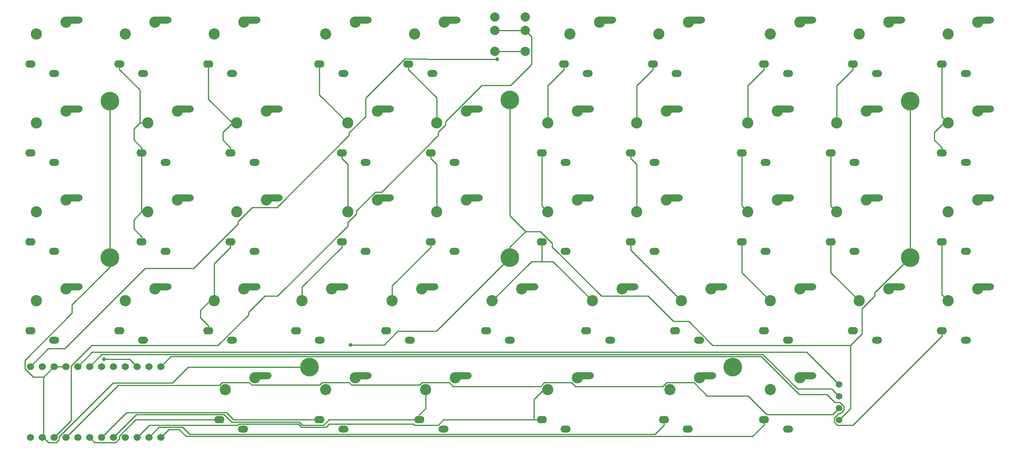
<source format=gbr>
G04 #@! TF.GenerationSoftware,KiCad,Pcbnew,(5.1.9)-1*
G04 #@! TF.CreationDate,2021-01-19T21:28:49+09:00*
G04 #@! TF.ProjectId,yuiop47,7975696f-7034-4372-9e6b-696361645f70,1*
G04 #@! TF.SameCoordinates,Original*
G04 #@! TF.FileFunction,Copper,L1,Top*
G04 #@! TF.FilePolarity,Positive*
%FSLAX46Y46*%
G04 Gerber Fmt 4.6, Leading zero omitted, Abs format (unit mm)*
G04 Created by KiCad (PCBNEW (5.1.9)-1) date 2021-01-19 21:28:49*
%MOMM*%
%LPD*%
G01*
G04 APERTURE LIST*
G04 #@! TA.AperFunction,ComponentPad*
%ADD10C,4.000000*%
G04 #@! TD*
G04 #@! TA.AperFunction,ComponentPad*
%ADD11C,2.000000*%
G04 #@! TD*
G04 #@! TA.AperFunction,ComponentPad*
%ADD12C,1.397000*%
G04 #@! TD*
G04 #@! TA.AperFunction,ComponentPad*
%ADD13C,2.400000*%
G04 #@! TD*
G04 #@! TA.AperFunction,ComponentPad*
%ADD14O,2.200000X1.600000*%
G04 #@! TD*
G04 #@! TA.AperFunction,ComponentPad*
%ADD15O,2.200000X1.500000*%
G04 #@! TD*
G04 #@! TA.AperFunction,ComponentPad*
%ADD16C,1.524000*%
G04 #@! TD*
G04 #@! TA.AperFunction,ViaPad*
%ADD17C,0.800000*%
G04 #@! TD*
G04 #@! TA.AperFunction,Conductor*
%ADD18C,0.250000*%
G04 #@! TD*
G04 APERTURE END LIST*
D10*
X235750000Y-117250000D03*
X64250000Y-117250000D03*
X197750000Y-140750000D03*
X107000000Y-140750000D03*
X150000000Y-117250000D03*
X150000000Y-83500000D03*
X235750000Y-83750000D03*
X64250000Y-83750000D03*
D11*
X153250000Y-68538800D03*
X146750000Y-68538800D03*
X153250000Y-73038800D03*
X146750000Y-73038800D03*
D12*
X220500000Y-144440000D03*
X220500000Y-146980000D03*
X220500000Y-149520000D03*
X220500000Y-152060000D03*
D13*
X54908800Y-66820000D03*
G04 #@! TA.AperFunction,ComponentPad*
G36*
G01*
X54068926Y-66378797D02*
X54068926Y-66378797D01*
G75*
G02*
X54812352Y-65622281I749971J6545D01*
G01*
X57712242Y-65596975D01*
G75*
G02*
X58468758Y-66340401I6545J-749971D01*
G01*
X58468758Y-66340401D01*
G75*
G02*
X57725332Y-67096917I-749971J-6545D01*
G01*
X54825442Y-67122223D01*
G75*
G02*
X54068926Y-66378797I-6545J749971D01*
G01*
G37*
G04 #@! TD.AperFunction*
D14*
X47268800Y-75800000D03*
D15*
X52368800Y-77800000D03*
D13*
X48558800Y-69360000D03*
X67608800Y-69360000D03*
D15*
X71418800Y-77800000D03*
D14*
X66318800Y-75800000D03*
G04 #@! TA.AperFunction,ComponentPad*
G36*
G01*
X73118926Y-66378797D02*
X73118926Y-66378797D01*
G75*
G02*
X73862352Y-65622281I749971J6545D01*
G01*
X76762242Y-65596975D01*
G75*
G02*
X77518758Y-66340401I6545J-749971D01*
G01*
X77518758Y-66340401D01*
G75*
G02*
X76775332Y-67096917I-749971J-6545D01*
G01*
X73875442Y-67122223D01*
G75*
G02*
X73118926Y-66378797I-6545J749971D01*
G01*
G37*
G04 #@! TD.AperFunction*
D13*
X73958800Y-66820000D03*
X93008800Y-66820000D03*
G04 #@! TA.AperFunction,ComponentPad*
G36*
G01*
X92168926Y-66378797D02*
X92168926Y-66378797D01*
G75*
G02*
X92912352Y-65622281I749971J6545D01*
G01*
X95812242Y-65596975D01*
G75*
G02*
X96568758Y-66340401I6545J-749971D01*
G01*
X96568758Y-66340401D01*
G75*
G02*
X95825332Y-67096917I-749971J-6545D01*
G01*
X92925442Y-67122223D01*
G75*
G02*
X92168926Y-66378797I-6545J749971D01*
G01*
G37*
G04 #@! TD.AperFunction*
D14*
X85368800Y-75800000D03*
D15*
X90468800Y-77800000D03*
D13*
X86658800Y-69360000D03*
X110471000Y-69360000D03*
D15*
X114281000Y-77800000D03*
D14*
X109181000Y-75800000D03*
G04 #@! TA.AperFunction,ComponentPad*
G36*
G01*
X115981126Y-66378797D02*
X115981126Y-66378797D01*
G75*
G02*
X116724552Y-65622281I749971J6545D01*
G01*
X119624442Y-65596975D01*
G75*
G02*
X120380958Y-66340401I6545J-749971D01*
G01*
X120380958Y-66340401D01*
G75*
G02*
X119637532Y-67096917I-749971J-6545D01*
G01*
X116737642Y-67122223D01*
G75*
G02*
X115981126Y-66378797I-6545J749971D01*
G01*
G37*
G04 #@! TD.AperFunction*
D13*
X116821000Y-66820000D03*
X135871000Y-66820000D03*
G04 #@! TA.AperFunction,ComponentPad*
G36*
G01*
X135031126Y-66378797D02*
X135031126Y-66378797D01*
G75*
G02*
X135774552Y-65622281I749971J6545D01*
G01*
X138674442Y-65596975D01*
G75*
G02*
X139430958Y-66340401I6545J-749971D01*
G01*
X139430958Y-66340401D01*
G75*
G02*
X138687532Y-67096917I-749971J-6545D01*
G01*
X135787642Y-67122223D01*
G75*
G02*
X135031126Y-66378797I-6545J749971D01*
G01*
G37*
G04 #@! TD.AperFunction*
D14*
X128231000Y-75800000D03*
D15*
X133331000Y-77800000D03*
D13*
X129521000Y-69360000D03*
X169209000Y-66820000D03*
G04 #@! TA.AperFunction,ComponentPad*
G36*
G01*
X168369126Y-66378797D02*
X168369126Y-66378797D01*
G75*
G02*
X169112552Y-65622281I749971J6545D01*
G01*
X172012442Y-65596975D01*
G75*
G02*
X172768958Y-66340401I6545J-749971D01*
G01*
X172768958Y-66340401D01*
G75*
G02*
X172025532Y-67096917I-749971J-6545D01*
G01*
X169125642Y-67122223D01*
G75*
G02*
X168369126Y-66378797I-6545J749971D01*
G01*
G37*
G04 #@! TD.AperFunction*
D14*
X161569000Y-75800000D03*
D15*
X166669000Y-77800000D03*
D13*
X162859000Y-69360000D03*
X181909000Y-69360000D03*
D15*
X185719000Y-77800000D03*
D14*
X180619000Y-75800000D03*
G04 #@! TA.AperFunction,ComponentPad*
G36*
G01*
X187419126Y-66378797D02*
X187419126Y-66378797D01*
G75*
G02*
X188162552Y-65622281I749971J6545D01*
G01*
X191062442Y-65596975D01*
G75*
G02*
X191818958Y-66340401I6545J-749971D01*
G01*
X191818958Y-66340401D01*
G75*
G02*
X191075532Y-67096917I-749971J-6545D01*
G01*
X188175642Y-67122223D01*
G75*
G02*
X187419126Y-66378797I-6545J749971D01*
G01*
G37*
G04 #@! TD.AperFunction*
D13*
X188259000Y-66820000D03*
X205721000Y-69360000D03*
D15*
X209531000Y-77800000D03*
D14*
X204431000Y-75800000D03*
G04 #@! TA.AperFunction,ComponentPad*
G36*
G01*
X211231126Y-66378797D02*
X211231126Y-66378797D01*
G75*
G02*
X211974552Y-65622281I749971J6545D01*
G01*
X214874442Y-65596975D01*
G75*
G02*
X215630958Y-66340401I6545J-749971D01*
G01*
X215630958Y-66340401D01*
G75*
G02*
X214887532Y-67096917I-749971J-6545D01*
G01*
X211987642Y-67122223D01*
G75*
G02*
X211231126Y-66378797I-6545J749971D01*
G01*
G37*
G04 #@! TD.AperFunction*
D13*
X212071000Y-66820000D03*
X231121000Y-66820000D03*
G04 #@! TA.AperFunction,ComponentPad*
G36*
G01*
X230281126Y-66378797D02*
X230281126Y-66378797D01*
G75*
G02*
X231024552Y-65622281I749971J6545D01*
G01*
X233924442Y-65596975D01*
G75*
G02*
X234680958Y-66340401I6545J-749971D01*
G01*
X234680958Y-66340401D01*
G75*
G02*
X233937532Y-67096917I-749971J-6545D01*
G01*
X231037642Y-67122223D01*
G75*
G02*
X230281126Y-66378797I-6545J749971D01*
G01*
G37*
G04 #@! TD.AperFunction*
D14*
X223481000Y-75800000D03*
D15*
X228581000Y-77800000D03*
D13*
X224771000Y-69360000D03*
X243821000Y-69360000D03*
D15*
X247631000Y-77800000D03*
D14*
X242531000Y-75800000D03*
G04 #@! TA.AperFunction,ComponentPad*
G36*
G01*
X249331126Y-66378797D02*
X249331126Y-66378797D01*
G75*
G02*
X250074552Y-65622281I749971J6545D01*
G01*
X252974442Y-65596975D01*
G75*
G02*
X253730958Y-66340401I6545J-749971D01*
G01*
X253730958Y-66340401D01*
G75*
G02*
X252987532Y-67096917I-749971J-6545D01*
G01*
X250087642Y-67122223D01*
G75*
G02*
X249331126Y-66378797I-6545J749971D01*
G01*
G37*
G04 #@! TD.AperFunction*
D13*
X250171000Y-66820000D03*
X48558800Y-88410000D03*
D15*
X52368800Y-96850000D03*
D14*
X47268800Y-94850000D03*
G04 #@! TA.AperFunction,ComponentPad*
G36*
G01*
X54068926Y-85428797D02*
X54068926Y-85428797D01*
G75*
G02*
X54812352Y-84672281I749971J6545D01*
G01*
X57712242Y-84646975D01*
G75*
G02*
X58468758Y-85390401I6545J-749971D01*
G01*
X58468758Y-85390401D01*
G75*
G02*
X57725332Y-86146917I-749971J-6545D01*
G01*
X54825442Y-86172223D01*
G75*
G02*
X54068926Y-85428797I-6545J749971D01*
G01*
G37*
G04 #@! TD.AperFunction*
D13*
X54908800Y-85870000D03*
X72371200Y-88410000D03*
D15*
X76181200Y-96850000D03*
D14*
X71081200Y-94850000D03*
G04 #@! TA.AperFunction,ComponentPad*
G36*
G01*
X77881326Y-85428797D02*
X77881326Y-85428797D01*
G75*
G02*
X78624752Y-84672281I749971J6545D01*
G01*
X81524642Y-84646975D01*
G75*
G02*
X82281158Y-85390401I6545J-749971D01*
G01*
X82281158Y-85390401D01*
G75*
G02*
X81537732Y-86146917I-749971J-6545D01*
G01*
X78637842Y-86172223D01*
G75*
G02*
X77881326Y-85428797I-6545J749971D01*
G01*
G37*
G04 #@! TD.AperFunction*
D13*
X78721200Y-85870000D03*
X97771200Y-85870000D03*
G04 #@! TA.AperFunction,ComponentPad*
G36*
G01*
X96931326Y-85428797D02*
X96931326Y-85428797D01*
G75*
G02*
X97674752Y-84672281I749971J6545D01*
G01*
X100574642Y-84646975D01*
G75*
G02*
X101331158Y-85390401I6545J-749971D01*
G01*
X101331158Y-85390401D01*
G75*
G02*
X100587732Y-86146917I-749971J-6545D01*
G01*
X97687842Y-86172223D01*
G75*
G02*
X96931326Y-85428797I-6545J749971D01*
G01*
G37*
G04 #@! TD.AperFunction*
D14*
X90131200Y-94850000D03*
D15*
X95231200Y-96850000D03*
D13*
X91421200Y-88410000D03*
X121584000Y-85870000D03*
G04 #@! TA.AperFunction,ComponentPad*
G36*
G01*
X120744126Y-85428797D02*
X120744126Y-85428797D01*
G75*
G02*
X121487552Y-84672281I749971J6545D01*
G01*
X124387442Y-84646975D01*
G75*
G02*
X125143958Y-85390401I6545J-749971D01*
G01*
X125143958Y-85390401D01*
G75*
G02*
X124400532Y-86146917I-749971J-6545D01*
G01*
X121500642Y-86172223D01*
G75*
G02*
X120744126Y-85428797I-6545J749971D01*
G01*
G37*
G04 #@! TD.AperFunction*
D14*
X113944000Y-94850000D03*
D15*
X119044000Y-96850000D03*
D13*
X115234000Y-88410000D03*
X140634000Y-85870000D03*
G04 #@! TA.AperFunction,ComponentPad*
G36*
G01*
X139794126Y-85428797D02*
X139794126Y-85428797D01*
G75*
G02*
X140537552Y-84672281I749971J6545D01*
G01*
X143437442Y-84646975D01*
G75*
G02*
X144193958Y-85390401I6545J-749971D01*
G01*
X144193958Y-85390401D01*
G75*
G02*
X143450532Y-86146917I-749971J-6545D01*
G01*
X140550642Y-86172223D01*
G75*
G02*
X139794126Y-85428797I-6545J749971D01*
G01*
G37*
G04 #@! TD.AperFunction*
D14*
X132994000Y-94850000D03*
D15*
X138094000Y-96850000D03*
D13*
X134284000Y-88410000D03*
X158096000Y-88410000D03*
D15*
X161906000Y-96850000D03*
D14*
X156806000Y-94850000D03*
G04 #@! TA.AperFunction,ComponentPad*
G36*
G01*
X163606126Y-85428797D02*
X163606126Y-85428797D01*
G75*
G02*
X164349552Y-84672281I749971J6545D01*
G01*
X167249442Y-84646975D01*
G75*
G02*
X168005958Y-85390401I6545J-749971D01*
G01*
X168005958Y-85390401D01*
G75*
G02*
X167262532Y-86146917I-749971J-6545D01*
G01*
X164362642Y-86172223D01*
G75*
G02*
X163606126Y-85428797I-6545J749971D01*
G01*
G37*
G04 #@! TD.AperFunction*
D13*
X164446000Y-85870000D03*
X177146000Y-88410000D03*
D15*
X180956000Y-96850000D03*
D14*
X175856000Y-94850000D03*
G04 #@! TA.AperFunction,ComponentPad*
G36*
G01*
X182656126Y-85428797D02*
X182656126Y-85428797D01*
G75*
G02*
X183399552Y-84672281I749971J6545D01*
G01*
X186299442Y-84646975D01*
G75*
G02*
X187055958Y-85390401I6545J-749971D01*
G01*
X187055958Y-85390401D01*
G75*
G02*
X186312532Y-86146917I-749971J-6545D01*
G01*
X183412642Y-86172223D01*
G75*
G02*
X182656126Y-85428797I-6545J749971D01*
G01*
G37*
G04 #@! TD.AperFunction*
D13*
X183496000Y-85870000D03*
X207309000Y-85870000D03*
G04 #@! TA.AperFunction,ComponentPad*
G36*
G01*
X206469126Y-85428797D02*
X206469126Y-85428797D01*
G75*
G02*
X207212552Y-84672281I749971J6545D01*
G01*
X210112442Y-84646975D01*
G75*
G02*
X210868958Y-85390401I6545J-749971D01*
G01*
X210868958Y-85390401D01*
G75*
G02*
X210125532Y-86146917I-749971J-6545D01*
G01*
X207225642Y-86172223D01*
G75*
G02*
X206469126Y-85428797I-6545J749971D01*
G01*
G37*
G04 #@! TD.AperFunction*
D14*
X199669000Y-94850000D03*
D15*
X204769000Y-96850000D03*
D13*
X200959000Y-88410000D03*
X226359000Y-85870000D03*
G04 #@! TA.AperFunction,ComponentPad*
G36*
G01*
X225519126Y-85428797D02*
X225519126Y-85428797D01*
G75*
G02*
X226262552Y-84672281I749971J6545D01*
G01*
X229162442Y-84646975D01*
G75*
G02*
X229918958Y-85390401I6545J-749971D01*
G01*
X229918958Y-85390401D01*
G75*
G02*
X229175532Y-86146917I-749971J-6545D01*
G01*
X226275642Y-86172223D01*
G75*
G02*
X225519126Y-85428797I-6545J749971D01*
G01*
G37*
G04 #@! TD.AperFunction*
D14*
X218719000Y-94850000D03*
D15*
X223819000Y-96850000D03*
D13*
X220009000Y-88410000D03*
X243821000Y-88410000D03*
D15*
X247631000Y-96850000D03*
D14*
X242531000Y-94850000D03*
G04 #@! TA.AperFunction,ComponentPad*
G36*
G01*
X249331126Y-85428797D02*
X249331126Y-85428797D01*
G75*
G02*
X250074552Y-84672281I749971J6545D01*
G01*
X252974442Y-84646975D01*
G75*
G02*
X253730958Y-85390401I6545J-749971D01*
G01*
X253730958Y-85390401D01*
G75*
G02*
X252987532Y-86146917I-749971J-6545D01*
G01*
X250087642Y-86172223D01*
G75*
G02*
X249331126Y-85428797I-6545J749971D01*
G01*
G37*
G04 #@! TD.AperFunction*
D13*
X250171000Y-85870000D03*
X48558800Y-107460000D03*
D15*
X52368800Y-115900000D03*
D14*
X47268800Y-113900000D03*
G04 #@! TA.AperFunction,ComponentPad*
G36*
G01*
X54068926Y-104478797D02*
X54068926Y-104478797D01*
G75*
G02*
X54812352Y-103722281I749971J6545D01*
G01*
X57712242Y-103696975D01*
G75*
G02*
X58468758Y-104440401I6545J-749971D01*
G01*
X58468758Y-104440401D01*
G75*
G02*
X57725332Y-105196917I-749971J-6545D01*
G01*
X54825442Y-105222223D01*
G75*
G02*
X54068926Y-104478797I-6545J749971D01*
G01*
G37*
G04 #@! TD.AperFunction*
D13*
X54908800Y-104920000D03*
X78721200Y-104920000D03*
G04 #@! TA.AperFunction,ComponentPad*
G36*
G01*
X77881326Y-104478797D02*
X77881326Y-104478797D01*
G75*
G02*
X78624752Y-103722281I749971J6545D01*
G01*
X81524642Y-103696975D01*
G75*
G02*
X82281158Y-104440401I6545J-749971D01*
G01*
X82281158Y-104440401D01*
G75*
G02*
X81537732Y-105196917I-749971J-6545D01*
G01*
X78637842Y-105222223D01*
G75*
G02*
X77881326Y-104478797I-6545J749971D01*
G01*
G37*
G04 #@! TD.AperFunction*
D14*
X71081200Y-113900000D03*
D15*
X76181200Y-115900000D03*
D13*
X72371200Y-107460000D03*
X97771200Y-104920000D03*
G04 #@! TA.AperFunction,ComponentPad*
G36*
G01*
X96931326Y-104478797D02*
X96931326Y-104478797D01*
G75*
G02*
X97674752Y-103722281I749971J6545D01*
G01*
X100574642Y-103696975D01*
G75*
G02*
X101331158Y-104440401I6545J-749971D01*
G01*
X101331158Y-104440401D01*
G75*
G02*
X100587732Y-105196917I-749971J-6545D01*
G01*
X97687842Y-105222223D01*
G75*
G02*
X96931326Y-104478797I-6545J749971D01*
G01*
G37*
G04 #@! TD.AperFunction*
D14*
X90131200Y-113900000D03*
D15*
X95231200Y-115900000D03*
D13*
X91421200Y-107460000D03*
X115234000Y-107460000D03*
D15*
X119044000Y-115900000D03*
D14*
X113944000Y-113900000D03*
G04 #@! TA.AperFunction,ComponentPad*
G36*
G01*
X120744126Y-104478797D02*
X120744126Y-104478797D01*
G75*
G02*
X121487552Y-103722281I749971J6545D01*
G01*
X124387442Y-103696975D01*
G75*
G02*
X125143958Y-104440401I6545J-749971D01*
G01*
X125143958Y-104440401D01*
G75*
G02*
X124400532Y-105196917I-749971J-6545D01*
G01*
X121500642Y-105222223D01*
G75*
G02*
X120744126Y-104478797I-6545J749971D01*
G01*
G37*
G04 #@! TD.AperFunction*
D13*
X121584000Y-104920000D03*
X134284000Y-107460000D03*
D15*
X138094000Y-115900000D03*
D14*
X132994000Y-113900000D03*
G04 #@! TA.AperFunction,ComponentPad*
G36*
G01*
X139794126Y-104478797D02*
X139794126Y-104478797D01*
G75*
G02*
X140537552Y-103722281I749971J6545D01*
G01*
X143437442Y-103696975D01*
G75*
G02*
X144193958Y-104440401I6545J-749971D01*
G01*
X144193958Y-104440401D01*
G75*
G02*
X143450532Y-105196917I-749971J-6545D01*
G01*
X140550642Y-105222223D01*
G75*
G02*
X139794126Y-104478797I-6545J749971D01*
G01*
G37*
G04 #@! TD.AperFunction*
D13*
X140634000Y-104920000D03*
X164446000Y-104920000D03*
G04 #@! TA.AperFunction,ComponentPad*
G36*
G01*
X163606126Y-104478797D02*
X163606126Y-104478797D01*
G75*
G02*
X164349552Y-103722281I749971J6545D01*
G01*
X167249442Y-103696975D01*
G75*
G02*
X168005958Y-104440401I6545J-749971D01*
G01*
X168005958Y-104440401D01*
G75*
G02*
X167262532Y-105196917I-749971J-6545D01*
G01*
X164362642Y-105222223D01*
G75*
G02*
X163606126Y-104478797I-6545J749971D01*
G01*
G37*
G04 #@! TD.AperFunction*
D14*
X156806000Y-113900000D03*
D15*
X161906000Y-115900000D03*
D13*
X158096000Y-107460000D03*
X183496000Y-104920000D03*
G04 #@! TA.AperFunction,ComponentPad*
G36*
G01*
X182656126Y-104478797D02*
X182656126Y-104478797D01*
G75*
G02*
X183399552Y-103722281I749971J6545D01*
G01*
X186299442Y-103696975D01*
G75*
G02*
X187055958Y-104440401I6545J-749971D01*
G01*
X187055958Y-104440401D01*
G75*
G02*
X186312532Y-105196917I-749971J-6545D01*
G01*
X183412642Y-105222223D01*
G75*
G02*
X182656126Y-104478797I-6545J749971D01*
G01*
G37*
G04 #@! TD.AperFunction*
D14*
X175856000Y-113900000D03*
D15*
X180956000Y-115900000D03*
D13*
X177146000Y-107460000D03*
X200959000Y-107460000D03*
D15*
X204769000Y-115900000D03*
D14*
X199669000Y-113900000D03*
G04 #@! TA.AperFunction,ComponentPad*
G36*
G01*
X206469126Y-104478797D02*
X206469126Y-104478797D01*
G75*
G02*
X207212552Y-103722281I749971J6545D01*
G01*
X210112442Y-103696975D01*
G75*
G02*
X210868958Y-104440401I6545J-749971D01*
G01*
X210868958Y-104440401D01*
G75*
G02*
X210125532Y-105196917I-749971J-6545D01*
G01*
X207225642Y-105222223D01*
G75*
G02*
X206469126Y-104478797I-6545J749971D01*
G01*
G37*
G04 #@! TD.AperFunction*
D13*
X207309000Y-104920000D03*
X220009000Y-107460000D03*
D15*
X223819000Y-115900000D03*
D14*
X218719000Y-113900000D03*
G04 #@! TA.AperFunction,ComponentPad*
G36*
G01*
X225519126Y-104478797D02*
X225519126Y-104478797D01*
G75*
G02*
X226262552Y-103722281I749971J6545D01*
G01*
X229162442Y-103696975D01*
G75*
G02*
X229918958Y-104440401I6545J-749971D01*
G01*
X229918958Y-104440401D01*
G75*
G02*
X229175532Y-105196917I-749971J-6545D01*
G01*
X226275642Y-105222223D01*
G75*
G02*
X225519126Y-104478797I-6545J749971D01*
G01*
G37*
G04 #@! TD.AperFunction*
D13*
X226359000Y-104920000D03*
X250171000Y-104920000D03*
G04 #@! TA.AperFunction,ComponentPad*
G36*
G01*
X249331126Y-104478797D02*
X249331126Y-104478797D01*
G75*
G02*
X250074552Y-103722281I749971J6545D01*
G01*
X252974442Y-103696975D01*
G75*
G02*
X253730958Y-104440401I6545J-749971D01*
G01*
X253730958Y-104440401D01*
G75*
G02*
X252987532Y-105196917I-749971J-6545D01*
G01*
X250087642Y-105222223D01*
G75*
G02*
X249331126Y-104478797I-6545J749971D01*
G01*
G37*
G04 #@! TD.AperFunction*
D14*
X242531000Y-113900000D03*
D15*
X247631000Y-115900000D03*
D13*
X243821000Y-107460000D03*
X54908800Y-123970000D03*
G04 #@! TA.AperFunction,ComponentPad*
G36*
G01*
X54068926Y-123528797D02*
X54068926Y-123528797D01*
G75*
G02*
X54812352Y-122772281I749971J6545D01*
G01*
X57712242Y-122746975D01*
G75*
G02*
X58468758Y-123490401I6545J-749971D01*
G01*
X58468758Y-123490401D01*
G75*
G02*
X57725332Y-124246917I-749971J-6545D01*
G01*
X54825442Y-124272223D01*
G75*
G02*
X54068926Y-123528797I-6545J749971D01*
G01*
G37*
G04 #@! TD.AperFunction*
D14*
X47268800Y-132950000D03*
D15*
X52368800Y-134950000D03*
D13*
X48558800Y-126510000D03*
X67608800Y-126510000D03*
D15*
X71418800Y-134950000D03*
D14*
X66318800Y-132950000D03*
G04 #@! TA.AperFunction,ComponentPad*
G36*
G01*
X73118926Y-123528797D02*
X73118926Y-123528797D01*
G75*
G02*
X73862352Y-122772281I749971J6545D01*
G01*
X76762242Y-122746975D01*
G75*
G02*
X77518758Y-123490401I6545J-749971D01*
G01*
X77518758Y-123490401D01*
G75*
G02*
X76775332Y-124246917I-749971J-6545D01*
G01*
X73875442Y-124272223D01*
G75*
G02*
X73118926Y-123528797I-6545J749971D01*
G01*
G37*
G04 #@! TD.AperFunction*
D13*
X73958800Y-123970000D03*
X93008800Y-123970000D03*
G04 #@! TA.AperFunction,ComponentPad*
G36*
G01*
X92168926Y-123528797D02*
X92168926Y-123528797D01*
G75*
G02*
X92912352Y-122772281I749971J6545D01*
G01*
X95812242Y-122746975D01*
G75*
G02*
X96568758Y-123490401I6545J-749971D01*
G01*
X96568758Y-123490401D01*
G75*
G02*
X95825332Y-124246917I-749971J-6545D01*
G01*
X92925442Y-124272223D01*
G75*
G02*
X92168926Y-123528797I-6545J749971D01*
G01*
G37*
G04 #@! TD.AperFunction*
D14*
X85368800Y-132950000D03*
D15*
X90468800Y-134950000D03*
D13*
X86658800Y-126510000D03*
X105470000Y-126510000D03*
D15*
X109280000Y-134950000D03*
D14*
X104180000Y-132950000D03*
G04 #@! TA.AperFunction,ComponentPad*
G36*
G01*
X110980126Y-123528797D02*
X110980126Y-123528797D01*
G75*
G02*
X111723552Y-122772281I749971J6545D01*
G01*
X114623442Y-122746975D01*
G75*
G02*
X115379958Y-123490401I6545J-749971D01*
G01*
X115379958Y-123490401D01*
G75*
G02*
X114636532Y-124246917I-749971J-6545D01*
G01*
X111736642Y-124272223D01*
G75*
G02*
X110980126Y-123528797I-6545J749971D01*
G01*
G37*
G04 #@! TD.AperFunction*
D13*
X111820000Y-123970000D03*
X131109000Y-123970000D03*
G04 #@! TA.AperFunction,ComponentPad*
G36*
G01*
X130269126Y-123528797D02*
X130269126Y-123528797D01*
G75*
G02*
X131012552Y-122772281I749971J6545D01*
G01*
X133912442Y-122746975D01*
G75*
G02*
X134668958Y-123490401I6545J-749971D01*
G01*
X134668958Y-123490401D01*
G75*
G02*
X133925532Y-124246917I-749971J-6545D01*
G01*
X131025642Y-124272223D01*
G75*
G02*
X130269126Y-123528797I-6545J749971D01*
G01*
G37*
G04 #@! TD.AperFunction*
D14*
X123469000Y-132950000D03*
D15*
X128569000Y-134950000D03*
D13*
X124759000Y-126510000D03*
X167621000Y-126510000D03*
D15*
X171431000Y-134950000D03*
D14*
X166331000Y-132950000D03*
G04 #@! TA.AperFunction,ComponentPad*
G36*
G01*
X173131126Y-123528797D02*
X173131126Y-123528797D01*
G75*
G02*
X173874552Y-122772281I749971J6545D01*
G01*
X176774442Y-122746975D01*
G75*
G02*
X177530958Y-123490401I6545J-749971D01*
G01*
X177530958Y-123490401D01*
G75*
G02*
X176787532Y-124246917I-749971J-6545D01*
G01*
X173887642Y-124272223D01*
G75*
G02*
X173131126Y-123528797I-6545J749971D01*
G01*
G37*
G04 #@! TD.AperFunction*
D13*
X173971000Y-123970000D03*
X193021000Y-123970000D03*
G04 #@! TA.AperFunction,ComponentPad*
G36*
G01*
X192181126Y-123528797D02*
X192181126Y-123528797D01*
G75*
G02*
X192924552Y-122772281I749971J6545D01*
G01*
X195824442Y-122746975D01*
G75*
G02*
X196580958Y-123490401I6545J-749971D01*
G01*
X196580958Y-123490401D01*
G75*
G02*
X195837532Y-124246917I-749971J-6545D01*
G01*
X192937642Y-124272223D01*
G75*
G02*
X192181126Y-123528797I-6545J749971D01*
G01*
G37*
G04 #@! TD.AperFunction*
D14*
X185381000Y-132950000D03*
D15*
X190481000Y-134950000D03*
D13*
X186671000Y-126510000D03*
X205721000Y-126510000D03*
D15*
X209531000Y-134950000D03*
D14*
X204431000Y-132950000D03*
G04 #@! TA.AperFunction,ComponentPad*
G36*
G01*
X211231126Y-123528797D02*
X211231126Y-123528797D01*
G75*
G02*
X211974552Y-122772281I749971J6545D01*
G01*
X214874442Y-122746975D01*
G75*
G02*
X215630958Y-123490401I6545J-749971D01*
G01*
X215630958Y-123490401D01*
G75*
G02*
X214887532Y-124246917I-749971J-6545D01*
G01*
X211987642Y-124272223D01*
G75*
G02*
X211231126Y-123528797I-6545J749971D01*
G01*
G37*
G04 #@! TD.AperFunction*
D13*
X212071000Y-123970000D03*
X231121000Y-123970000D03*
G04 #@! TA.AperFunction,ComponentPad*
G36*
G01*
X230281126Y-123528797D02*
X230281126Y-123528797D01*
G75*
G02*
X231024552Y-122772281I749971J6545D01*
G01*
X233924442Y-122746975D01*
G75*
G02*
X234680958Y-123490401I6545J-749971D01*
G01*
X234680958Y-123490401D01*
G75*
G02*
X233937532Y-124246917I-749971J-6545D01*
G01*
X231037642Y-124272223D01*
G75*
G02*
X230281126Y-123528797I-6545J749971D01*
G01*
G37*
G04 #@! TD.AperFunction*
D14*
X223481000Y-132950000D03*
D15*
X228581000Y-134950000D03*
D13*
X224771000Y-126510000D03*
X243821000Y-126510000D03*
D15*
X247631000Y-134950000D03*
D14*
X242531000Y-132950000D03*
G04 #@! TA.AperFunction,ComponentPad*
G36*
G01*
X249331126Y-123528797D02*
X249331126Y-123528797D01*
G75*
G02*
X250074552Y-122772281I749971J6545D01*
G01*
X252974442Y-122746975D01*
G75*
G02*
X253730958Y-123490401I6545J-749971D01*
G01*
X253730958Y-123490401D01*
G75*
G02*
X252987532Y-124246917I-749971J-6545D01*
G01*
X250087642Y-124272223D01*
G75*
G02*
X249331126Y-123528797I-6545J749971D01*
G01*
G37*
G04 #@! TD.AperFunction*
D13*
X250171000Y-123970000D03*
X89040000Y-145560000D03*
D15*
X92850000Y-154000000D03*
D14*
X87750000Y-152000000D03*
G04 #@! TA.AperFunction,ComponentPad*
G36*
G01*
X94550126Y-142578797D02*
X94550126Y-142578797D01*
G75*
G02*
X95293552Y-141822281I749971J6545D01*
G01*
X98193442Y-141796975D01*
G75*
G02*
X98949958Y-142540401I6545J-749971D01*
G01*
X98949958Y-142540401D01*
G75*
G02*
X98206532Y-143296917I-749971J-6545D01*
G01*
X95306642Y-143322223D01*
G75*
G02*
X94550126Y-142578797I-6545J749971D01*
G01*
G37*
G04 #@! TD.AperFunction*
D13*
X95390000Y-143020000D03*
X116821000Y-143020000D03*
G04 #@! TA.AperFunction,ComponentPad*
G36*
G01*
X115981126Y-142578797D02*
X115981126Y-142578797D01*
G75*
G02*
X116724552Y-141822281I749971J6545D01*
G01*
X119624442Y-141796975D01*
G75*
G02*
X120380958Y-142540401I6545J-749971D01*
G01*
X120380958Y-142540401D01*
G75*
G02*
X119637532Y-143296917I-749971J-6545D01*
G01*
X116737642Y-143322223D01*
G75*
G02*
X115981126Y-142578797I-6545J749971D01*
G01*
G37*
G04 #@! TD.AperFunction*
D14*
X109181000Y-152000000D03*
D15*
X114281000Y-154000000D03*
D13*
X110471000Y-145560000D03*
X138252000Y-143020000D03*
G04 #@! TA.AperFunction,ComponentPad*
G36*
G01*
X137412126Y-142578797D02*
X137412126Y-142578797D01*
G75*
G02*
X138155552Y-141822281I749971J6545D01*
G01*
X141055442Y-141796975D01*
G75*
G02*
X141811958Y-142540401I6545J-749971D01*
G01*
X141811958Y-142540401D01*
G75*
G02*
X141068532Y-143296917I-749971J-6545D01*
G01*
X138168642Y-143322223D01*
G75*
G02*
X137412126Y-142578797I-6545J749971D01*
G01*
G37*
G04 #@! TD.AperFunction*
D14*
X130612000Y-152000000D03*
D15*
X135712000Y-154000000D03*
D13*
X131902000Y-145560000D03*
X146190000Y-126510000D03*
D15*
X150000000Y-134950000D03*
D14*
X144900000Y-132950000D03*
G04 #@! TA.AperFunction,ComponentPad*
G36*
G01*
X151700126Y-123528797D02*
X151700126Y-123528797D01*
G75*
G02*
X152443552Y-122772281I749971J6545D01*
G01*
X155343442Y-122746975D01*
G75*
G02*
X156099958Y-123490401I6545J-749971D01*
G01*
X156099958Y-123490401D01*
G75*
G02*
X155356532Y-124246917I-749971J-6545D01*
G01*
X152456642Y-124272223D01*
G75*
G02*
X151700126Y-123528797I-6545J749971D01*
G01*
G37*
G04 #@! TD.AperFunction*
D13*
X152540000Y-123970000D03*
X158096000Y-145560000D03*
D15*
X161906000Y-154000000D03*
D14*
X156806000Y-152000000D03*
G04 #@! TA.AperFunction,ComponentPad*
G36*
G01*
X163606126Y-142578797D02*
X163606126Y-142578797D01*
G75*
G02*
X164349552Y-141822281I749971J6545D01*
G01*
X167249442Y-141796975D01*
G75*
G02*
X168005958Y-142540401I6545J-749971D01*
G01*
X168005958Y-142540401D01*
G75*
G02*
X167262532Y-143296917I-749971J-6545D01*
G01*
X164362642Y-143322223D01*
G75*
G02*
X163606126Y-142578797I-6545J749971D01*
G01*
G37*
G04 #@! TD.AperFunction*
D13*
X164446000Y-143020000D03*
X190640000Y-143020000D03*
G04 #@! TA.AperFunction,ComponentPad*
G36*
G01*
X189800126Y-142578797D02*
X189800126Y-142578797D01*
G75*
G02*
X190543552Y-141822281I749971J6545D01*
G01*
X193443442Y-141796975D01*
G75*
G02*
X194199958Y-142540401I6545J-749971D01*
G01*
X194199958Y-142540401D01*
G75*
G02*
X193456532Y-143296917I-749971J-6545D01*
G01*
X190556642Y-143322223D01*
G75*
G02*
X189800126Y-142578797I-6545J749971D01*
G01*
G37*
G04 #@! TD.AperFunction*
D14*
X183000000Y-152000000D03*
D15*
X188100000Y-154000000D03*
D13*
X184290000Y-145560000D03*
X205721000Y-145560000D03*
D15*
X209531000Y-154000000D03*
D14*
X204431000Y-152000000D03*
G04 #@! TA.AperFunction,ComponentPad*
G36*
G01*
X211231126Y-142578797D02*
X211231126Y-142578797D01*
G75*
G02*
X211974552Y-141822281I749971J6545D01*
G01*
X214874442Y-141796975D01*
G75*
G02*
X215630958Y-142540401I6545J-749971D01*
G01*
X215630958Y-142540401D01*
G75*
G02*
X214887532Y-143296917I-749971J-6545D01*
G01*
X211987642Y-143322223D01*
G75*
G02*
X211231126Y-142578797I-6545J749971D01*
G01*
G37*
G04 #@! TD.AperFunction*
D13*
X212071000Y-143020000D03*
D16*
X47222000Y-155808600D03*
X49762000Y-155808600D03*
X52302000Y-155808600D03*
X54842000Y-155808600D03*
X57382000Y-155808600D03*
X59922000Y-155808600D03*
X62462000Y-155808600D03*
X65002000Y-155808600D03*
X67542000Y-155808600D03*
X70082000Y-155808600D03*
X72622000Y-155808600D03*
X75162000Y-155808600D03*
X75162000Y-140588600D03*
X72622000Y-140588600D03*
X70082000Y-140588600D03*
X67542000Y-140588600D03*
X65002000Y-140588600D03*
X62462000Y-140588600D03*
X59922000Y-140588600D03*
X57382000Y-140588600D03*
X54842000Y-140588600D03*
X52302000Y-140588600D03*
X49762000Y-140588600D03*
X47222000Y-140588600D03*
D11*
X146750000Y-65700000D03*
X153250000Y-65700000D03*
D17*
X62972900Y-139047800D03*
X147275900Y-74750600D03*
X115826800Y-135970500D03*
D18*
X57368800Y-66350000D02*
X55378800Y-66350000D01*
X55378800Y-66350000D02*
X54908800Y-66820000D01*
X73958800Y-66820000D02*
X75948800Y-66820000D01*
X75948800Y-66820000D02*
X76418800Y-66350000D01*
X95468800Y-66350000D02*
X93478800Y-66350000D01*
X93478800Y-66350000D02*
X93008800Y-66820000D01*
X116821000Y-66820000D02*
X118811000Y-66820000D01*
X118811000Y-66820000D02*
X119281000Y-66350000D01*
X138331000Y-66350000D02*
X136341000Y-66350000D01*
X136341000Y-66350000D02*
X135871000Y-66820000D01*
X171669000Y-66350000D02*
X169679000Y-66350000D01*
X169679000Y-66350000D02*
X169209000Y-66820000D01*
X188259000Y-66820000D02*
X190249000Y-66820000D01*
X190249000Y-66820000D02*
X190719000Y-66350000D01*
X212071000Y-66820000D02*
X214061000Y-66820000D01*
X214061000Y-66820000D02*
X214531000Y-66350000D01*
X233581000Y-66350000D02*
X231591000Y-66350000D01*
X231591000Y-66350000D02*
X231121000Y-66820000D01*
X250171000Y-66820000D02*
X252161000Y-66820000D01*
X252161000Y-66820000D02*
X252631000Y-66350000D01*
X54908800Y-85870000D02*
X56898800Y-85870000D01*
X56898800Y-85870000D02*
X57368800Y-85400000D01*
X78721200Y-85870000D02*
X80711200Y-85870000D01*
X80711200Y-85870000D02*
X81181200Y-85400000D01*
X100231200Y-85400000D02*
X98241200Y-85400000D01*
X98241200Y-85400000D02*
X97771200Y-85870000D01*
X124044000Y-85400000D02*
X122054000Y-85400000D01*
X122054000Y-85400000D02*
X121584000Y-85870000D01*
X143094000Y-85400000D02*
X141104000Y-85400000D01*
X141104000Y-85400000D02*
X140634000Y-85870000D01*
X164446000Y-85870000D02*
X166436000Y-85870000D01*
X166436000Y-85870000D02*
X166906000Y-85400000D01*
X183496000Y-85870000D02*
X185486000Y-85870000D01*
X185486000Y-85870000D02*
X185956000Y-85400000D01*
X209769000Y-85400000D02*
X207779000Y-85400000D01*
X207779000Y-85400000D02*
X207309000Y-85870000D01*
X228819000Y-85400000D02*
X226829000Y-85400000D01*
X226829000Y-85400000D02*
X226359000Y-85870000D01*
X250171000Y-85870000D02*
X252161000Y-85870000D01*
X252161000Y-85870000D02*
X252631000Y-85400000D01*
X54908800Y-104920000D02*
X56898800Y-104920000D01*
X56898800Y-104920000D02*
X57368800Y-104450000D01*
X78721200Y-104920000D02*
X80711200Y-104920000D01*
X80711200Y-104920000D02*
X81181200Y-104450000D01*
X100231200Y-104450000D02*
X98241200Y-104450000D01*
X98241200Y-104450000D02*
X97771200Y-104920000D01*
X121584000Y-104920000D02*
X123574000Y-104920000D01*
X123574000Y-104920000D02*
X124044000Y-104450000D01*
X140634000Y-104920000D02*
X142624000Y-104920000D01*
X142624000Y-104920000D02*
X143094000Y-104450000D01*
X166906000Y-104450000D02*
X164916000Y-104450000D01*
X164916000Y-104450000D02*
X164446000Y-104920000D01*
X185956000Y-104450000D02*
X183966000Y-104450000D01*
X183966000Y-104450000D02*
X183496000Y-104920000D01*
X207309000Y-104920000D02*
X209299000Y-104920000D01*
X209299000Y-104920000D02*
X209769000Y-104450000D01*
X226359000Y-104920000D02*
X228349000Y-104920000D01*
X228349000Y-104920000D02*
X228819000Y-104450000D01*
X252631000Y-104450000D02*
X250641000Y-104450000D01*
X250641000Y-104450000D02*
X250171000Y-104920000D01*
X70082000Y-140588600D02*
X68541200Y-139047800D01*
X68541200Y-139047800D02*
X62972900Y-139047800D01*
X57368800Y-123500000D02*
X55378800Y-123500000D01*
X55378800Y-123500000D02*
X54908800Y-123970000D01*
X95468800Y-123500000D02*
X93478800Y-123500000D01*
X93478800Y-123500000D02*
X93008800Y-123970000D01*
X111820000Y-123970000D02*
X113810000Y-123970000D01*
X113810000Y-123970000D02*
X114280000Y-123500000D01*
X133569000Y-123500000D02*
X131579000Y-123500000D01*
X131579000Y-123500000D02*
X131109000Y-123970000D01*
X173971000Y-123970000D02*
X175961000Y-123970000D01*
X175961000Y-123970000D02*
X176431000Y-123500000D01*
X195481000Y-123500000D02*
X193491000Y-123500000D01*
X193491000Y-123500000D02*
X193021000Y-123970000D01*
X212071000Y-123970000D02*
X214061000Y-123970000D01*
X214061000Y-123970000D02*
X214531000Y-123500000D01*
X233581000Y-123500000D02*
X231591000Y-123500000D01*
X231591000Y-123500000D02*
X231121000Y-123970000D01*
X250171000Y-123970000D02*
X252161000Y-123970000D01*
X252161000Y-123970000D02*
X252631000Y-123500000D01*
X95390000Y-143020000D02*
X97380000Y-143020000D01*
X97380000Y-143020000D02*
X97850000Y-142550000D01*
X119281000Y-142550000D02*
X117291000Y-142550000D01*
X117291000Y-142550000D02*
X116821000Y-143020000D01*
X140712000Y-142550000D02*
X138722000Y-142550000D01*
X138722000Y-142550000D02*
X138252000Y-143020000D01*
X152540000Y-123970000D02*
X154530000Y-123970000D01*
X154530000Y-123970000D02*
X155000000Y-123500000D01*
X164446000Y-143020000D02*
X166436000Y-143020000D01*
X166436000Y-143020000D02*
X166906000Y-142550000D01*
X193100000Y-142550000D02*
X191110000Y-142550000D01*
X191110000Y-142550000D02*
X190640000Y-143020000D01*
X212071000Y-143020000D02*
X214061000Y-143020000D01*
X214061000Y-143020000D02*
X214531000Y-142550000D01*
X204992999Y-150875001D02*
X219144999Y-150875001D01*
X200992997Y-146874999D02*
X204992999Y-150875001D01*
X183557999Y-144034999D02*
X189397997Y-144034999D01*
X182764999Y-144827999D02*
X183557999Y-144034999D01*
X163996997Y-144827999D02*
X182764999Y-144827999D01*
X163203997Y-144034999D02*
X163996997Y-144827999D01*
X156570999Y-144827999D02*
X157363999Y-144034999D01*
X137802997Y-144827999D02*
X156570999Y-144827999D01*
X136974998Y-144000000D02*
X137802997Y-144827999D01*
X157363999Y-144034999D02*
X163203997Y-144034999D01*
X131204998Y-144000000D02*
X136974998Y-144000000D01*
X116088999Y-144545001D02*
X130659997Y-144545001D01*
X192237997Y-146874999D02*
X200992997Y-146874999D01*
X115543998Y-144000000D02*
X116088999Y-144545001D01*
X130659997Y-144545001D02*
X131204998Y-144000000D01*
X109228997Y-144545001D02*
X109773998Y-144000000D01*
X189397997Y-144034999D02*
X192237997Y-146874999D01*
X94657999Y-144545001D02*
X109228997Y-144545001D01*
X94112998Y-144000000D02*
X94657999Y-144545001D01*
X88342998Y-144000000D02*
X94112998Y-144000000D01*
X87766588Y-144576410D02*
X88342998Y-144000000D01*
X219144999Y-150875001D02*
X220500000Y-149520000D01*
X66074190Y-144576410D02*
X87766588Y-144576410D01*
X109773998Y-144000000D02*
X115543998Y-144000000D01*
X54842000Y-155808600D02*
X66074190Y-144576410D01*
X47222000Y-140588600D02*
X51111400Y-136699200D01*
X51111400Y-136699200D02*
X54667400Y-136699200D01*
X54667400Y-136699200D02*
X71788800Y-119577800D01*
X71788800Y-119577800D02*
X82235700Y-119577800D01*
X82235700Y-119577800D02*
X91731900Y-110081600D01*
X91731900Y-110081600D02*
X91731900Y-109574300D01*
X91731900Y-109574300D02*
X94792200Y-106514000D01*
X94792200Y-106514000D02*
X100062300Y-106514000D01*
X100062300Y-106514000D02*
X115544700Y-91031600D01*
X115544700Y-91031600D02*
X115544700Y-90524300D01*
X115544700Y-90524300D02*
X119043700Y-87025300D01*
X119043700Y-87025300D02*
X119043700Y-83052900D01*
X119043700Y-83052900D02*
X127456600Y-74640000D01*
X127456600Y-74640000D02*
X132041900Y-74640000D01*
X132041900Y-74640000D02*
X132152500Y-74750600D01*
X132152500Y-74750600D02*
X147275900Y-74750600D01*
X50092200Y-142798400D02*
X52302000Y-140588600D01*
X50092200Y-155808600D02*
X50092200Y-142798400D01*
X50092200Y-142798400D02*
X47868900Y-142798400D01*
X47868900Y-142798400D02*
X46094500Y-141024000D01*
X46094500Y-141024000D02*
X46094500Y-139249400D01*
X46094500Y-139249400D02*
X56186700Y-129157200D01*
X56186700Y-129157200D02*
X56186700Y-127368800D01*
X56186700Y-127368800D02*
X64250000Y-119305500D01*
X64250000Y-119305500D02*
X64250000Y-117250000D01*
X54842000Y-140588600D02*
X52302000Y-140588600D01*
X107000000Y-140750000D02*
X81011000Y-140750000D01*
X81011000Y-140750000D02*
X77634600Y-144126400D01*
X77634600Y-144126400D02*
X64986400Y-144126400D01*
X64986400Y-144126400D02*
X53393500Y-155719300D01*
X53393500Y-155719300D02*
X53393500Y-156305300D01*
X53393500Y-156305300D02*
X52798800Y-156900000D01*
X52798800Y-156900000D02*
X51183600Y-156900000D01*
X51183600Y-156900000D02*
X50092200Y-155808600D01*
X50092200Y-155808600D02*
X49762000Y-155808600D01*
X150000000Y-117250000D02*
X134223000Y-133027000D01*
X134223000Y-133027000D02*
X125952000Y-133027000D01*
X125952000Y-133027000D02*
X123008500Y-135970500D01*
X123008500Y-135970500D02*
X115826800Y-135970500D01*
X153357500Y-111654100D02*
X150000000Y-115011600D01*
X150000000Y-115011600D02*
X150000000Y-117250000D01*
X153357500Y-111654100D02*
X156482100Y-111654100D01*
X156482100Y-111654100D02*
X159059900Y-114231900D01*
X159059900Y-114231900D02*
X159059900Y-114936600D01*
X159059900Y-114936600D02*
X169618700Y-125495400D01*
X169618700Y-125495400D02*
X179626200Y-125495400D01*
X179626200Y-125495400D02*
X185026100Y-130895300D01*
X185026100Y-130895300D02*
X188297200Y-130895300D01*
X188297200Y-130895300D02*
X193438700Y-136036800D01*
X193438700Y-136036800D02*
X222934500Y-136036800D01*
X150000000Y-83500000D02*
X150000000Y-108296600D01*
X150000000Y-108296600D02*
X153357500Y-111654100D01*
X235750000Y-117250000D02*
X235750000Y-83750000D01*
X222934500Y-136036800D02*
X225369100Y-133602200D01*
X225369100Y-133602200D02*
X225369100Y-128203000D01*
X225369100Y-128203000D02*
X228105400Y-125466700D01*
X228105400Y-125466700D02*
X228105400Y-124828400D01*
X228105400Y-124828400D02*
X235683800Y-117250000D01*
X235683800Y-117250000D02*
X235750000Y-117250000D01*
X222934500Y-136036800D02*
X222934500Y-149625500D01*
X222934500Y-149625500D02*
X220500000Y-152060000D01*
X146750000Y-73038800D02*
X153250000Y-73038800D01*
X64250000Y-83750000D02*
X64250000Y-117250000D01*
X220500000Y-144440000D02*
X213537400Y-137477400D01*
X213537400Y-137477400D02*
X60493200Y-137477400D01*
X60493200Y-137477400D02*
X57382000Y-140588600D01*
X220500000Y-146980000D02*
X218909100Y-145389100D01*
X218909100Y-145389100D02*
X211607200Y-145389100D01*
X211607200Y-145389100D02*
X204184500Y-137966400D01*
X204184500Y-137966400D02*
X62544200Y-137966400D01*
X62544200Y-137966400D02*
X59922000Y-140588600D01*
X71081200Y-107460000D02*
X71081200Y-94850000D01*
X71081200Y-112774700D02*
X69429500Y-111123000D01*
X69429500Y-111123000D02*
X69429500Y-109111700D01*
X69429500Y-109111700D02*
X71081200Y-107460000D01*
X71081200Y-107460000D02*
X72371200Y-107460000D01*
X71081200Y-113900000D02*
X71081200Y-112774700D01*
X70679000Y-88410000D02*
X70679000Y-81285500D01*
X70679000Y-81285500D02*
X66318800Y-76925300D01*
X71081200Y-93724700D02*
X69429500Y-92073000D01*
X69429500Y-92073000D02*
X69429500Y-89659500D01*
X69429500Y-89659500D02*
X70679000Y-88410000D01*
X70679000Y-88410000D02*
X72371200Y-88410000D01*
X66318800Y-75800000D02*
X66318800Y-76925300D01*
X71081200Y-94850000D02*
X71081200Y-93724700D01*
X90499800Y-88410000D02*
X91421200Y-88410000D01*
X90131200Y-93724700D02*
X88454600Y-92048100D01*
X88454600Y-92048100D02*
X88454600Y-90455200D01*
X88454600Y-90455200D02*
X90499800Y-88410000D01*
X90499800Y-88410000D02*
X85368800Y-83279000D01*
X85368800Y-83279000D02*
X85368800Y-75800000D01*
X90131200Y-94850000D02*
X90131200Y-93724700D01*
X85368800Y-132950000D02*
X85368800Y-131824700D01*
X85368800Y-131824700D02*
X83702300Y-130158200D01*
X83702300Y-130158200D02*
X83702300Y-128553700D01*
X83702300Y-128553700D02*
X85746000Y-126510000D01*
X85746000Y-126510000D02*
X86658800Y-126510000D01*
X59922000Y-155808600D02*
X61011200Y-156897800D01*
X61011200Y-156897800D02*
X65475900Y-156897800D01*
X65475900Y-156897800D02*
X66272000Y-156101700D01*
X66272000Y-156101700D02*
X66272000Y-155522800D01*
X66272000Y-155522800D02*
X69794800Y-152000000D01*
X69794800Y-152000000D02*
X87750000Y-152000000D01*
X86658800Y-126510000D02*
X86658800Y-118497700D01*
X86658800Y-118497700D02*
X90131200Y-115025300D01*
X90131200Y-113900000D02*
X90131200Y-115025300D01*
X109181000Y-152000000D02*
X90813400Y-152000000D01*
X90813400Y-152000000D02*
X89232400Y-150419000D01*
X89232400Y-150419000D02*
X67851600Y-150419000D01*
X67851600Y-150419000D02*
X62462000Y-155808600D01*
X113944000Y-94850000D02*
X113944000Y-95975300D01*
X115234000Y-107460000D02*
X115234000Y-97265300D01*
X115234000Y-97265300D02*
X113944000Y-95975300D01*
X115234000Y-88410000D02*
X109181000Y-82357000D01*
X109181000Y-82357000D02*
X109181000Y-75800000D01*
X113944000Y-113900000D02*
X113944000Y-115025300D01*
X105470000Y-126510000D02*
X105470000Y-123499300D01*
X105470000Y-123499300D02*
X113944000Y-115025300D01*
X65002000Y-155808600D02*
X69936000Y-150874600D01*
X69936000Y-150874600D02*
X88781200Y-150874600D01*
X88781200Y-150874600D02*
X90357000Y-152450400D01*
X90357000Y-152450400D02*
X104830200Y-152450400D01*
X104830200Y-152450400D02*
X105529700Y-153149900D01*
X105529700Y-153149900D02*
X110062800Y-153149900D01*
X110062800Y-153149900D02*
X111212700Y-152000000D01*
X111212700Y-152000000D02*
X130612000Y-152000000D01*
X128231000Y-75800000D02*
X128231000Y-76925300D01*
X134284000Y-88410000D02*
X134284000Y-82978300D01*
X134284000Y-82978300D02*
X128231000Y-76925300D01*
X132994000Y-94850000D02*
X132994000Y-95975300D01*
X134284000Y-107460000D02*
X134284000Y-97265300D01*
X134284000Y-97265300D02*
X132994000Y-95975300D01*
X130612000Y-152000000D02*
X130612000Y-150874700D01*
X131902000Y-145560000D02*
X131902000Y-149584700D01*
X131902000Y-149584700D02*
X130612000Y-150874700D01*
X132994000Y-113900000D02*
X132994000Y-115025300D01*
X124759000Y-126510000D02*
X124759000Y-123260300D01*
X124759000Y-123260300D02*
X132994000Y-115025300D01*
X158096000Y-107460000D02*
X156806000Y-106170000D01*
X156806000Y-106170000D02*
X156806000Y-94850000D01*
X161569000Y-75800000D02*
X161569000Y-76925300D01*
X158096000Y-88410000D02*
X158096000Y-80398300D01*
X158096000Y-80398300D02*
X161569000Y-76925300D01*
X156806000Y-118068100D02*
X159179100Y-118068100D01*
X159179100Y-118068100D02*
X167621000Y-126510000D01*
X146190000Y-126510000D02*
X154631900Y-118068100D01*
X154631900Y-118068100D02*
X156806000Y-118068100D01*
X156806000Y-118068100D02*
X156806000Y-113900000D01*
X70082000Y-155808600D02*
X72765200Y-153125400D01*
X72765200Y-153125400D02*
X91674400Y-153125400D01*
X91674400Y-153125400D02*
X91898400Y-152901400D01*
X91898400Y-152901400D02*
X104644300Y-152901400D01*
X104644300Y-152901400D02*
X105343100Y-153600200D01*
X105343100Y-153600200D02*
X110567600Y-153600200D01*
X110567600Y-153600200D02*
X111266400Y-152901400D01*
X111266400Y-152901400D02*
X129332600Y-152901400D01*
X129332600Y-152901400D02*
X129564200Y-153133000D01*
X129564200Y-153133000D02*
X134604100Y-153133000D01*
X134604100Y-153133000D02*
X135737100Y-152000000D01*
X135737100Y-152000000D02*
X155149300Y-152000000D01*
X155149300Y-152000000D02*
X156806000Y-152000000D01*
X155149300Y-152000000D02*
X155149300Y-147617000D01*
X155149300Y-147617000D02*
X157206300Y-145560000D01*
X157206300Y-145560000D02*
X158096000Y-145560000D01*
X180619000Y-75800000D02*
X180619000Y-76925300D01*
X177146000Y-88410000D02*
X177146000Y-80398300D01*
X177146000Y-80398300D02*
X180619000Y-76925300D01*
X175856000Y-94850000D02*
X175856000Y-95975300D01*
X177146000Y-107460000D02*
X177146000Y-97265300D01*
X177146000Y-97265300D02*
X175856000Y-95975300D01*
X175856000Y-113900000D02*
X175856000Y-115695000D01*
X175856000Y-115695000D02*
X186671000Y-126510000D01*
X183000000Y-153125300D02*
X181046400Y-155078900D01*
X181046400Y-155078900D02*
X81346000Y-155078900D01*
X81346000Y-155078900D02*
X79886900Y-153619800D01*
X79886900Y-153619800D02*
X74810800Y-153619800D01*
X74810800Y-153619800D02*
X72622000Y-155808600D01*
X205721000Y-126510000D02*
X199669000Y-120458000D01*
X199669000Y-120458000D02*
X199669000Y-113900000D01*
X204431000Y-75800000D02*
X204431000Y-76925300D01*
X200959000Y-88410000D02*
X200959000Y-80397300D01*
X200959000Y-80397300D02*
X204431000Y-76925300D01*
X200959000Y-107460000D02*
X199669000Y-106170000D01*
X199669000Y-106170000D02*
X199669000Y-94850000D01*
X183000000Y-152000000D02*
X183000000Y-153125300D01*
X204431000Y-152000000D02*
X204431000Y-153125300D01*
X75162000Y-155808600D02*
X76900400Y-154070200D01*
X76900400Y-154070200D02*
X79104700Y-154070200D01*
X79104700Y-154070200D02*
X80606100Y-155571600D01*
X80606100Y-155571600D02*
X201984700Y-155571600D01*
X201984700Y-155571600D02*
X204431000Y-153125300D01*
X220009000Y-107460000D02*
X218719000Y-106170000D01*
X218719000Y-106170000D02*
X218719000Y-94850000D01*
X223481000Y-75800000D02*
X223481000Y-76925300D01*
X220009000Y-88410000D02*
X220009000Y-80397300D01*
X220009000Y-80397300D02*
X223481000Y-76925300D01*
X224771000Y-126510000D02*
X218719000Y-120458000D01*
X218719000Y-120458000D02*
X218719000Y-113900000D01*
X75162000Y-140588600D02*
X77333800Y-138416800D01*
X77333800Y-138416800D02*
X203772900Y-138416800D01*
X203772900Y-138416800D02*
X211907200Y-146551100D01*
X211907200Y-146551100D02*
X217837100Y-146551100D01*
X217837100Y-146551100D02*
X219536000Y-148250000D01*
X219536000Y-148250000D02*
X220679500Y-148250000D01*
X220679500Y-148250000D02*
X221524000Y-149094500D01*
X221524000Y-149094500D02*
X221524000Y-149944100D01*
X221524000Y-149944100D02*
X220865900Y-150602200D01*
X220865900Y-150602200D02*
X220500100Y-150602200D01*
X220500100Y-150602200D02*
X219436700Y-151665600D01*
X219436700Y-151665600D02*
X219436700Y-152446000D01*
X219436700Y-152446000D02*
X220110800Y-153120100D01*
X220110800Y-153120100D02*
X223486200Y-153120100D01*
X223486200Y-153120100D02*
X242531000Y-134075300D01*
X242531000Y-94850000D02*
X242531000Y-93724700D01*
X242531000Y-93724700D02*
X240879300Y-92073000D01*
X240879300Y-92073000D02*
X240879300Y-90429400D01*
X240879300Y-90429400D02*
X242898700Y-88410000D01*
X242898700Y-88410000D02*
X243821000Y-88410000D01*
X243821000Y-126510000D02*
X242531000Y-125220000D01*
X242531000Y-125220000D02*
X242531000Y-113900000D01*
X242531000Y-132950000D02*
X242531000Y-134075300D01*
X243821000Y-88410000D02*
X242531000Y-87120000D01*
X242531000Y-87120000D02*
X242531000Y-75800000D01*
X153250000Y-68538800D02*
X154615800Y-69904600D01*
X154615800Y-69904600D02*
X154615800Y-75862600D01*
X154615800Y-75862600D02*
X150136400Y-80342000D01*
X150136400Y-80342000D02*
X143952700Y-80342000D01*
X143952700Y-80342000D02*
X136189700Y-88105000D01*
X136189700Y-88105000D02*
X136189700Y-88795500D01*
X136189700Y-88795500D02*
X134673500Y-90311700D01*
X134673500Y-90311700D02*
X134673500Y-91037100D01*
X134673500Y-91037100D02*
X122545100Y-103165500D01*
X122545100Y-103165500D02*
X121167900Y-103165500D01*
X121167900Y-103165500D02*
X117139700Y-107193700D01*
X117139700Y-107193700D02*
X117139700Y-107845500D01*
X117139700Y-107845500D02*
X115226100Y-109759100D01*
X115226100Y-109759100D02*
X115226100Y-110484500D01*
X115226100Y-110484500D02*
X100215200Y-125495400D01*
X100215200Y-125495400D02*
X97441200Y-125495400D01*
X97441200Y-125495400D02*
X93968200Y-128968400D01*
X93968200Y-128968400D02*
X93968200Y-129503300D01*
X93968200Y-129503300D02*
X87397600Y-136073900D01*
X87397600Y-136073900D02*
X60350700Y-136073900D01*
X60350700Y-136073900D02*
X55990400Y-140434200D01*
X55990400Y-140434200D02*
X55990400Y-152120200D01*
X55990400Y-152120200D02*
X52302000Y-155808600D01*
X146750000Y-68538800D02*
X153250000Y-68538800D01*
M02*

</source>
